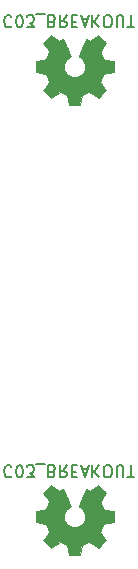
<source format=gbr>
G04 #@! TF.GenerationSoftware,KiCad,Pcbnew,5.1.5-52549c5~86~ubuntu18.04.1*
G04 #@! TF.CreationDate,2020-09-09T17:07:02-05:00*
G04 #@! TF.ProjectId,,58585858-5858-4585-9858-585858585858,rev?*
G04 #@! TF.SameCoordinates,Original*
G04 #@! TF.FileFunction,Legend,Bot*
G04 #@! TF.FilePolarity,Positive*
%FSLAX46Y46*%
G04 Gerber Fmt 4.6, Leading zero omitted, Abs format (unit mm)*
G04 Created by KiCad (PCBNEW 5.1.5-52549c5~86~ubuntu18.04.1) date 2020-09-09 17:07:02*
%MOMM*%
%LPD*%
G04 APERTURE LIST*
%ADD10C,0.150000*%
%ADD11C,0.010000*%
G04 APERTURE END LIST*
D10*
X118712266Y-95858057D02*
X118664647Y-95810438D01*
X118521790Y-95762819D01*
X118426552Y-95762819D01*
X118283695Y-95810438D01*
X118188457Y-95905676D01*
X118140838Y-96000914D01*
X118093219Y-96191390D01*
X118093219Y-96334247D01*
X118140838Y-96524723D01*
X118188457Y-96619961D01*
X118283695Y-96715200D01*
X118426552Y-96762819D01*
X118521790Y-96762819D01*
X118664647Y-96715200D01*
X118712266Y-96667580D01*
X119331314Y-96762819D02*
X119426552Y-96762819D01*
X119521790Y-96715200D01*
X119569409Y-96667580D01*
X119617028Y-96572342D01*
X119664647Y-96381866D01*
X119664647Y-96143771D01*
X119617028Y-95953295D01*
X119569409Y-95858057D01*
X119521790Y-95810438D01*
X119426552Y-95762819D01*
X119331314Y-95762819D01*
X119236076Y-95810438D01*
X119188457Y-95858057D01*
X119140838Y-95953295D01*
X119093219Y-96143771D01*
X119093219Y-96381866D01*
X119140838Y-96572342D01*
X119188457Y-96667580D01*
X119236076Y-96715200D01*
X119331314Y-96762819D01*
X119997980Y-96762819D02*
X120617028Y-96762819D01*
X120283695Y-96381866D01*
X120426552Y-96381866D01*
X120521790Y-96334247D01*
X120569409Y-96286628D01*
X120617028Y-96191390D01*
X120617028Y-95953295D01*
X120569409Y-95858057D01*
X120521790Y-95810438D01*
X120426552Y-95762819D01*
X120140838Y-95762819D01*
X120045600Y-95810438D01*
X119997980Y-95858057D01*
X120807504Y-95667580D02*
X121569409Y-95667580D01*
X122140838Y-96286628D02*
X122283695Y-96239009D01*
X122331314Y-96191390D01*
X122378933Y-96096152D01*
X122378933Y-95953295D01*
X122331314Y-95858057D01*
X122283695Y-95810438D01*
X122188457Y-95762819D01*
X121807504Y-95762819D01*
X121807504Y-96762819D01*
X122140838Y-96762819D01*
X122236076Y-96715200D01*
X122283695Y-96667580D01*
X122331314Y-96572342D01*
X122331314Y-96477104D01*
X122283695Y-96381866D01*
X122236076Y-96334247D01*
X122140838Y-96286628D01*
X121807504Y-96286628D01*
X123378933Y-95762819D02*
X123045600Y-96239009D01*
X122807504Y-95762819D02*
X122807504Y-96762819D01*
X123188457Y-96762819D01*
X123283695Y-96715200D01*
X123331314Y-96667580D01*
X123378933Y-96572342D01*
X123378933Y-96429485D01*
X123331314Y-96334247D01*
X123283695Y-96286628D01*
X123188457Y-96239009D01*
X122807504Y-96239009D01*
X123807504Y-96286628D02*
X124140838Y-96286628D01*
X124283695Y-95762819D02*
X123807504Y-95762819D01*
X123807504Y-96762819D01*
X124283695Y-96762819D01*
X124664647Y-96048533D02*
X125140838Y-96048533D01*
X124569409Y-95762819D02*
X124902742Y-96762819D01*
X125236076Y-95762819D01*
X125569409Y-95762819D02*
X125569409Y-96762819D01*
X126140838Y-95762819D02*
X125712266Y-96334247D01*
X126140838Y-96762819D02*
X125569409Y-96191390D01*
X126759885Y-96762819D02*
X126950361Y-96762819D01*
X127045600Y-96715200D01*
X127140838Y-96619961D01*
X127188457Y-96429485D01*
X127188457Y-96096152D01*
X127140838Y-95905676D01*
X127045600Y-95810438D01*
X126950361Y-95762819D01*
X126759885Y-95762819D01*
X126664647Y-95810438D01*
X126569409Y-95905676D01*
X126521790Y-96096152D01*
X126521790Y-96429485D01*
X126569409Y-96619961D01*
X126664647Y-96715200D01*
X126759885Y-96762819D01*
X127617028Y-96762819D02*
X127617028Y-95953295D01*
X127664647Y-95858057D01*
X127712266Y-95810438D01*
X127807504Y-95762819D01*
X127997980Y-95762819D01*
X128093219Y-95810438D01*
X128140838Y-95858057D01*
X128188457Y-95953295D01*
X128188457Y-96762819D01*
X128521790Y-96762819D02*
X129093219Y-96762819D01*
X128807504Y-95762819D02*
X128807504Y-96762819D01*
X118712266Y-57758057D02*
X118664647Y-57710438D01*
X118521790Y-57662819D01*
X118426552Y-57662819D01*
X118283695Y-57710438D01*
X118188457Y-57805676D01*
X118140838Y-57900914D01*
X118093219Y-58091390D01*
X118093219Y-58234247D01*
X118140838Y-58424723D01*
X118188457Y-58519961D01*
X118283695Y-58615200D01*
X118426552Y-58662819D01*
X118521790Y-58662819D01*
X118664647Y-58615200D01*
X118712266Y-58567580D01*
X119331314Y-58662819D02*
X119426552Y-58662819D01*
X119521790Y-58615200D01*
X119569409Y-58567580D01*
X119617028Y-58472342D01*
X119664647Y-58281866D01*
X119664647Y-58043771D01*
X119617028Y-57853295D01*
X119569409Y-57758057D01*
X119521790Y-57710438D01*
X119426552Y-57662819D01*
X119331314Y-57662819D01*
X119236076Y-57710438D01*
X119188457Y-57758057D01*
X119140838Y-57853295D01*
X119093219Y-58043771D01*
X119093219Y-58281866D01*
X119140838Y-58472342D01*
X119188457Y-58567580D01*
X119236076Y-58615200D01*
X119331314Y-58662819D01*
X119997980Y-58662819D02*
X120617028Y-58662819D01*
X120283695Y-58281866D01*
X120426552Y-58281866D01*
X120521790Y-58234247D01*
X120569409Y-58186628D01*
X120617028Y-58091390D01*
X120617028Y-57853295D01*
X120569409Y-57758057D01*
X120521790Y-57710438D01*
X120426552Y-57662819D01*
X120140838Y-57662819D01*
X120045600Y-57710438D01*
X119997980Y-57758057D01*
X120807504Y-57567580D02*
X121569409Y-57567580D01*
X122140838Y-58186628D02*
X122283695Y-58139009D01*
X122331314Y-58091390D01*
X122378933Y-57996152D01*
X122378933Y-57853295D01*
X122331314Y-57758057D01*
X122283695Y-57710438D01*
X122188457Y-57662819D01*
X121807504Y-57662819D01*
X121807504Y-58662819D01*
X122140838Y-58662819D01*
X122236076Y-58615200D01*
X122283695Y-58567580D01*
X122331314Y-58472342D01*
X122331314Y-58377104D01*
X122283695Y-58281866D01*
X122236076Y-58234247D01*
X122140838Y-58186628D01*
X121807504Y-58186628D01*
X123378933Y-57662819D02*
X123045600Y-58139009D01*
X122807504Y-57662819D02*
X122807504Y-58662819D01*
X123188457Y-58662819D01*
X123283695Y-58615200D01*
X123331314Y-58567580D01*
X123378933Y-58472342D01*
X123378933Y-58329485D01*
X123331314Y-58234247D01*
X123283695Y-58186628D01*
X123188457Y-58139009D01*
X122807504Y-58139009D01*
X123807504Y-58186628D02*
X124140838Y-58186628D01*
X124283695Y-57662819D02*
X123807504Y-57662819D01*
X123807504Y-58662819D01*
X124283695Y-58662819D01*
X124664647Y-57948533D02*
X125140838Y-57948533D01*
X124569409Y-57662819D02*
X124902742Y-58662819D01*
X125236076Y-57662819D01*
X125569409Y-57662819D02*
X125569409Y-58662819D01*
X126140838Y-57662819D02*
X125712266Y-58234247D01*
X126140838Y-58662819D02*
X125569409Y-58091390D01*
X126759885Y-58662819D02*
X126950361Y-58662819D01*
X127045600Y-58615200D01*
X127140838Y-58519961D01*
X127188457Y-58329485D01*
X127188457Y-57996152D01*
X127140838Y-57805676D01*
X127045600Y-57710438D01*
X126950361Y-57662819D01*
X126759885Y-57662819D01*
X126664647Y-57710438D01*
X126569409Y-57805676D01*
X126521790Y-57996152D01*
X126521790Y-58329485D01*
X126569409Y-58519961D01*
X126664647Y-58615200D01*
X126759885Y-58662819D01*
X127617028Y-58662819D02*
X127617028Y-57853295D01*
X127664647Y-57758057D01*
X127712266Y-57710438D01*
X127807504Y-57662819D01*
X127997980Y-57662819D01*
X128093219Y-57710438D01*
X128140838Y-57758057D01*
X128188457Y-57853295D01*
X128188457Y-58662819D01*
X128521790Y-58662819D02*
X129093219Y-58662819D01*
X128807504Y-57662819D02*
X128807504Y-58662819D01*
D11*
G36*
X124609414Y-102937269D02*
G01*
X124693235Y-102492645D01*
X125002520Y-102365147D01*
X125311806Y-102237649D01*
X125682846Y-102489954D01*
X125786757Y-102560204D01*
X125880687Y-102622928D01*
X125960252Y-102675262D01*
X126021070Y-102714343D01*
X126058757Y-102737307D01*
X126069021Y-102742258D01*
X126087510Y-102729524D01*
X126127020Y-102694318D01*
X126183122Y-102641138D01*
X126251387Y-102574482D01*
X126327386Y-102498846D01*
X126406692Y-102418728D01*
X126484875Y-102338626D01*
X126557507Y-102263036D01*
X126620159Y-102196455D01*
X126668403Y-102143382D01*
X126697810Y-102108313D01*
X126704841Y-102096577D01*
X126694723Y-102074940D01*
X126666359Y-102027538D01*
X126622729Y-101959007D01*
X126566818Y-101873985D01*
X126501606Y-101777107D01*
X126463819Y-101721850D01*
X126394943Y-101620952D01*
X126333740Y-101529901D01*
X126283178Y-101453230D01*
X126246228Y-101395472D01*
X126225858Y-101361157D01*
X126222797Y-101353946D01*
X126229736Y-101333452D01*
X126248651Y-101285687D01*
X126276687Y-101217368D01*
X126310991Y-101135211D01*
X126348709Y-101045930D01*
X126386987Y-100956242D01*
X126422970Y-100872862D01*
X126453806Y-100802506D01*
X126476639Y-100751890D01*
X126488617Y-100727729D01*
X126489324Y-100726778D01*
X126508131Y-100722164D01*
X126558218Y-100711872D01*
X126634393Y-100696913D01*
X126731465Y-100678299D01*
X126844243Y-100657041D01*
X126910042Y-100644782D01*
X127030550Y-100621838D01*
X127139397Y-100600005D01*
X127231076Y-100580478D01*
X127300081Y-100564452D01*
X127340904Y-100553121D01*
X127349111Y-100549526D01*
X127357148Y-100525194D01*
X127363633Y-100470241D01*
X127368570Y-100391092D01*
X127371964Y-100294174D01*
X127373818Y-100185913D01*
X127374138Y-100072735D01*
X127372927Y-99961065D01*
X127370190Y-99857332D01*
X127365931Y-99767959D01*
X127360155Y-99699374D01*
X127352867Y-99658003D01*
X127348495Y-99649390D01*
X127322364Y-99639067D01*
X127266993Y-99624308D01*
X127189707Y-99606848D01*
X127097830Y-99588420D01*
X127065758Y-99582459D01*
X126911124Y-99554134D01*
X126788975Y-99531324D01*
X126695273Y-99513120D01*
X126625984Y-99498617D01*
X126577071Y-99486908D01*
X126544497Y-99477085D01*
X126524228Y-99468244D01*
X126512226Y-99459476D01*
X126510547Y-99457743D01*
X126493784Y-99429829D01*
X126468214Y-99375505D01*
X126436388Y-99301423D01*
X126400860Y-99214235D01*
X126364183Y-99120592D01*
X126328911Y-99027148D01*
X126297596Y-98940553D01*
X126272793Y-98867460D01*
X126257054Y-98814522D01*
X126252932Y-98788389D01*
X126253276Y-98787474D01*
X126267241Y-98766114D01*
X126298922Y-98719116D01*
X126344991Y-98651373D01*
X126402118Y-98567777D01*
X126466973Y-98473218D01*
X126485443Y-98446346D01*
X126551299Y-98348925D01*
X126609250Y-98260037D01*
X126656138Y-98184788D01*
X126688807Y-98128280D01*
X126704100Y-98095619D01*
X126704841Y-98091607D01*
X126691992Y-98070516D01*
X126656488Y-98028736D01*
X126602893Y-97970755D01*
X126535771Y-97901065D01*
X126459687Y-97824155D01*
X126379204Y-97744517D01*
X126298887Y-97666639D01*
X126223299Y-97595014D01*
X126157005Y-97534130D01*
X126104569Y-97488479D01*
X126070555Y-97462550D01*
X126061145Y-97458317D01*
X126039243Y-97468288D01*
X125994400Y-97495180D01*
X125933921Y-97534464D01*
X125887389Y-97566083D01*
X125803075Y-97624102D01*
X125703226Y-97692416D01*
X125603073Y-97760621D01*
X125549227Y-97797125D01*
X125366971Y-97920400D01*
X125213981Y-97837680D01*
X125144282Y-97801441D01*
X125085014Y-97773274D01*
X125044911Y-97757209D01*
X125034703Y-97754974D01*
X125022429Y-97771478D01*
X124998213Y-97818118D01*
X124963863Y-97890591D01*
X124921188Y-97984594D01*
X124871994Y-98095826D01*
X124818090Y-98219985D01*
X124761284Y-98352768D01*
X124703382Y-98489873D01*
X124646193Y-98626998D01*
X124591524Y-98759842D01*
X124541184Y-98884102D01*
X124496980Y-98995475D01*
X124460719Y-99089661D01*
X124434209Y-99162356D01*
X124419258Y-99209259D01*
X124416854Y-99225367D01*
X124435911Y-99245914D01*
X124477636Y-99279267D01*
X124533306Y-99318498D01*
X124537978Y-99321601D01*
X124681864Y-99436777D01*
X124797883Y-99571147D01*
X124885030Y-99720416D01*
X124942299Y-99880287D01*
X124968686Y-100046463D01*
X124963185Y-100214648D01*
X124924790Y-100380545D01*
X124852495Y-100539858D01*
X124831226Y-100574713D01*
X124720596Y-100715463D01*
X124589902Y-100828486D01*
X124443664Y-100913197D01*
X124286408Y-100969006D01*
X124122657Y-100995326D01*
X123956933Y-100991570D01*
X123793762Y-100957150D01*
X123637665Y-100891477D01*
X123493167Y-100793965D01*
X123448469Y-100754387D01*
X123334712Y-100630497D01*
X123251818Y-100500076D01*
X123194956Y-100353885D01*
X123163287Y-100209112D01*
X123155469Y-100046340D01*
X123181538Y-99882760D01*
X123238845Y-99723902D01*
X123324744Y-99575294D01*
X123436586Y-99442465D01*
X123571723Y-99330944D01*
X123589483Y-99319189D01*
X123645750Y-99280692D01*
X123688523Y-99247337D01*
X123708972Y-99226040D01*
X123709269Y-99225367D01*
X123704879Y-99202329D01*
X123687476Y-99150043D01*
X123658868Y-99072810D01*
X123620865Y-98974932D01*
X123575274Y-98860709D01*
X123523903Y-98734442D01*
X123468562Y-98600433D01*
X123411058Y-98462982D01*
X123353201Y-98326392D01*
X123296798Y-98194963D01*
X123243658Y-98072995D01*
X123195590Y-97964791D01*
X123154401Y-97874651D01*
X123121901Y-97806877D01*
X123099897Y-97765770D01*
X123091036Y-97754974D01*
X123063960Y-97763381D01*
X123013297Y-97785928D01*
X122947783Y-97818587D01*
X122911759Y-97837680D01*
X122758768Y-97920400D01*
X122576512Y-97797125D01*
X122483475Y-97733972D01*
X122381615Y-97664473D01*
X122286162Y-97599035D01*
X122238350Y-97566083D01*
X122171105Y-97520927D01*
X122114164Y-97485143D01*
X122074954Y-97463262D01*
X122062219Y-97458637D01*
X122043683Y-97471115D01*
X122002659Y-97505948D01*
X121943125Y-97559522D01*
X121869058Y-97628217D01*
X121784435Y-97708419D01*
X121730915Y-97759914D01*
X121637281Y-97851914D01*
X121556359Y-97934201D01*
X121491423Y-98003255D01*
X121445742Y-98055556D01*
X121422589Y-98087584D01*
X121420368Y-98094084D01*
X121430676Y-98118806D01*
X121459161Y-98168795D01*
X121502663Y-98238988D01*
X121558023Y-98324325D01*
X121622080Y-98419744D01*
X121640297Y-98446346D01*
X121706673Y-98543033D01*
X121766222Y-98630083D01*
X121815616Y-98702605D01*
X121851525Y-98755707D01*
X121870619Y-98784497D01*
X121872464Y-98787474D01*
X121869705Y-98810418D01*
X121855062Y-98860864D01*
X121831087Y-98932159D01*
X121800334Y-99017653D01*
X121765356Y-99110693D01*
X121728707Y-99204626D01*
X121692939Y-99292801D01*
X121660606Y-99368566D01*
X121634262Y-99425269D01*
X121616458Y-99456257D01*
X121615193Y-99457743D01*
X121604306Y-99466599D01*
X121585918Y-99475357D01*
X121555994Y-99484923D01*
X121510497Y-99496204D01*
X121445391Y-99510107D01*
X121356639Y-99527537D01*
X121240207Y-99549402D01*
X121092058Y-99576609D01*
X121059982Y-99582459D01*
X120964914Y-99600826D01*
X120882035Y-99618795D01*
X120818670Y-99634631D01*
X120782142Y-99646600D01*
X120777244Y-99649390D01*
X120769173Y-99674128D01*
X120762613Y-99729410D01*
X120757567Y-99808811D01*
X120754041Y-99905904D01*
X120752039Y-100014262D01*
X120751564Y-100127460D01*
X120752623Y-100239072D01*
X120755218Y-100342671D01*
X120759354Y-100431832D01*
X120765037Y-100500128D01*
X120772269Y-100541134D01*
X120776629Y-100549526D01*
X120800902Y-100557992D01*
X120856174Y-100571765D01*
X120936938Y-100589650D01*
X121037688Y-100610452D01*
X121152917Y-100632977D01*
X121215698Y-100644782D01*
X121334813Y-100667049D01*
X121441035Y-100687221D01*
X121529173Y-100704285D01*
X121594034Y-100717231D01*
X121630426Y-100725045D01*
X121636416Y-100726778D01*
X121646539Y-100746310D01*
X121667938Y-100793357D01*
X121697761Y-100861197D01*
X121733155Y-100943109D01*
X121771268Y-101032372D01*
X121809247Y-101122265D01*
X121844240Y-101206065D01*
X121873394Y-101277053D01*
X121893857Y-101328506D01*
X121902777Y-101353703D01*
X121902943Y-101354804D01*
X121892831Y-101374681D01*
X121864483Y-101420423D01*
X121820877Y-101487483D01*
X121764994Y-101571316D01*
X121699813Y-101667374D01*
X121661921Y-101722550D01*
X121592875Y-101823719D01*
X121531550Y-101915570D01*
X121480937Y-101993456D01*
X121444029Y-102052731D01*
X121423818Y-102088749D01*
X121420899Y-102096823D01*
X121433447Y-102115616D01*
X121468137Y-102155743D01*
X121520537Y-102212707D01*
X121586216Y-102282015D01*
X121660744Y-102359169D01*
X121739687Y-102439675D01*
X121818617Y-102519037D01*
X121893100Y-102592760D01*
X121958706Y-102656348D01*
X122011004Y-102705306D01*
X122045561Y-102735139D01*
X122057122Y-102742258D01*
X122075946Y-102732247D01*
X122120969Y-102704122D01*
X122187813Y-102660746D01*
X122272101Y-102604982D01*
X122369456Y-102539694D01*
X122442893Y-102489954D01*
X122813933Y-102237649D01*
X123432505Y-102492645D01*
X123516325Y-102937269D01*
X123600146Y-103381893D01*
X124525594Y-103381893D01*
X124609414Y-102937269D01*
G37*
X124609414Y-102937269D02*
X124693235Y-102492645D01*
X125002520Y-102365147D01*
X125311806Y-102237649D01*
X125682846Y-102489954D01*
X125786757Y-102560204D01*
X125880687Y-102622928D01*
X125960252Y-102675262D01*
X126021070Y-102714343D01*
X126058757Y-102737307D01*
X126069021Y-102742258D01*
X126087510Y-102729524D01*
X126127020Y-102694318D01*
X126183122Y-102641138D01*
X126251387Y-102574482D01*
X126327386Y-102498846D01*
X126406692Y-102418728D01*
X126484875Y-102338626D01*
X126557507Y-102263036D01*
X126620159Y-102196455D01*
X126668403Y-102143382D01*
X126697810Y-102108313D01*
X126704841Y-102096577D01*
X126694723Y-102074940D01*
X126666359Y-102027538D01*
X126622729Y-101959007D01*
X126566818Y-101873985D01*
X126501606Y-101777107D01*
X126463819Y-101721850D01*
X126394943Y-101620952D01*
X126333740Y-101529901D01*
X126283178Y-101453230D01*
X126246228Y-101395472D01*
X126225858Y-101361157D01*
X126222797Y-101353946D01*
X126229736Y-101333452D01*
X126248651Y-101285687D01*
X126276687Y-101217368D01*
X126310991Y-101135211D01*
X126348709Y-101045930D01*
X126386987Y-100956242D01*
X126422970Y-100872862D01*
X126453806Y-100802506D01*
X126476639Y-100751890D01*
X126488617Y-100727729D01*
X126489324Y-100726778D01*
X126508131Y-100722164D01*
X126558218Y-100711872D01*
X126634393Y-100696913D01*
X126731465Y-100678299D01*
X126844243Y-100657041D01*
X126910042Y-100644782D01*
X127030550Y-100621838D01*
X127139397Y-100600005D01*
X127231076Y-100580478D01*
X127300081Y-100564452D01*
X127340904Y-100553121D01*
X127349111Y-100549526D01*
X127357148Y-100525194D01*
X127363633Y-100470241D01*
X127368570Y-100391092D01*
X127371964Y-100294174D01*
X127373818Y-100185913D01*
X127374138Y-100072735D01*
X127372927Y-99961065D01*
X127370190Y-99857332D01*
X127365931Y-99767959D01*
X127360155Y-99699374D01*
X127352867Y-99658003D01*
X127348495Y-99649390D01*
X127322364Y-99639067D01*
X127266993Y-99624308D01*
X127189707Y-99606848D01*
X127097830Y-99588420D01*
X127065758Y-99582459D01*
X126911124Y-99554134D01*
X126788975Y-99531324D01*
X126695273Y-99513120D01*
X126625984Y-99498617D01*
X126577071Y-99486908D01*
X126544497Y-99477085D01*
X126524228Y-99468244D01*
X126512226Y-99459476D01*
X126510547Y-99457743D01*
X126493784Y-99429829D01*
X126468214Y-99375505D01*
X126436388Y-99301423D01*
X126400860Y-99214235D01*
X126364183Y-99120592D01*
X126328911Y-99027148D01*
X126297596Y-98940553D01*
X126272793Y-98867460D01*
X126257054Y-98814522D01*
X126252932Y-98788389D01*
X126253276Y-98787474D01*
X126267241Y-98766114D01*
X126298922Y-98719116D01*
X126344991Y-98651373D01*
X126402118Y-98567777D01*
X126466973Y-98473218D01*
X126485443Y-98446346D01*
X126551299Y-98348925D01*
X126609250Y-98260037D01*
X126656138Y-98184788D01*
X126688807Y-98128280D01*
X126704100Y-98095619D01*
X126704841Y-98091607D01*
X126691992Y-98070516D01*
X126656488Y-98028736D01*
X126602893Y-97970755D01*
X126535771Y-97901065D01*
X126459687Y-97824155D01*
X126379204Y-97744517D01*
X126298887Y-97666639D01*
X126223299Y-97595014D01*
X126157005Y-97534130D01*
X126104569Y-97488479D01*
X126070555Y-97462550D01*
X126061145Y-97458317D01*
X126039243Y-97468288D01*
X125994400Y-97495180D01*
X125933921Y-97534464D01*
X125887389Y-97566083D01*
X125803075Y-97624102D01*
X125703226Y-97692416D01*
X125603073Y-97760621D01*
X125549227Y-97797125D01*
X125366971Y-97920400D01*
X125213981Y-97837680D01*
X125144282Y-97801441D01*
X125085014Y-97773274D01*
X125044911Y-97757209D01*
X125034703Y-97754974D01*
X125022429Y-97771478D01*
X124998213Y-97818118D01*
X124963863Y-97890591D01*
X124921188Y-97984594D01*
X124871994Y-98095826D01*
X124818090Y-98219985D01*
X124761284Y-98352768D01*
X124703382Y-98489873D01*
X124646193Y-98626998D01*
X124591524Y-98759842D01*
X124541184Y-98884102D01*
X124496980Y-98995475D01*
X124460719Y-99089661D01*
X124434209Y-99162356D01*
X124419258Y-99209259D01*
X124416854Y-99225367D01*
X124435911Y-99245914D01*
X124477636Y-99279267D01*
X124533306Y-99318498D01*
X124537978Y-99321601D01*
X124681864Y-99436777D01*
X124797883Y-99571147D01*
X124885030Y-99720416D01*
X124942299Y-99880287D01*
X124968686Y-100046463D01*
X124963185Y-100214648D01*
X124924790Y-100380545D01*
X124852495Y-100539858D01*
X124831226Y-100574713D01*
X124720596Y-100715463D01*
X124589902Y-100828486D01*
X124443664Y-100913197D01*
X124286408Y-100969006D01*
X124122657Y-100995326D01*
X123956933Y-100991570D01*
X123793762Y-100957150D01*
X123637665Y-100891477D01*
X123493167Y-100793965D01*
X123448469Y-100754387D01*
X123334712Y-100630497D01*
X123251818Y-100500076D01*
X123194956Y-100353885D01*
X123163287Y-100209112D01*
X123155469Y-100046340D01*
X123181538Y-99882760D01*
X123238845Y-99723902D01*
X123324744Y-99575294D01*
X123436586Y-99442465D01*
X123571723Y-99330944D01*
X123589483Y-99319189D01*
X123645750Y-99280692D01*
X123688523Y-99247337D01*
X123708972Y-99226040D01*
X123709269Y-99225367D01*
X123704879Y-99202329D01*
X123687476Y-99150043D01*
X123658868Y-99072810D01*
X123620865Y-98974932D01*
X123575274Y-98860709D01*
X123523903Y-98734442D01*
X123468562Y-98600433D01*
X123411058Y-98462982D01*
X123353201Y-98326392D01*
X123296798Y-98194963D01*
X123243658Y-98072995D01*
X123195590Y-97964791D01*
X123154401Y-97874651D01*
X123121901Y-97806877D01*
X123099897Y-97765770D01*
X123091036Y-97754974D01*
X123063960Y-97763381D01*
X123013297Y-97785928D01*
X122947783Y-97818587D01*
X122911759Y-97837680D01*
X122758768Y-97920400D01*
X122576512Y-97797125D01*
X122483475Y-97733972D01*
X122381615Y-97664473D01*
X122286162Y-97599035D01*
X122238350Y-97566083D01*
X122171105Y-97520927D01*
X122114164Y-97485143D01*
X122074954Y-97463262D01*
X122062219Y-97458637D01*
X122043683Y-97471115D01*
X122002659Y-97505948D01*
X121943125Y-97559522D01*
X121869058Y-97628217D01*
X121784435Y-97708419D01*
X121730915Y-97759914D01*
X121637281Y-97851914D01*
X121556359Y-97934201D01*
X121491423Y-98003255D01*
X121445742Y-98055556D01*
X121422589Y-98087584D01*
X121420368Y-98094084D01*
X121430676Y-98118806D01*
X121459161Y-98168795D01*
X121502663Y-98238988D01*
X121558023Y-98324325D01*
X121622080Y-98419744D01*
X121640297Y-98446346D01*
X121706673Y-98543033D01*
X121766222Y-98630083D01*
X121815616Y-98702605D01*
X121851525Y-98755707D01*
X121870619Y-98784497D01*
X121872464Y-98787474D01*
X121869705Y-98810418D01*
X121855062Y-98860864D01*
X121831087Y-98932159D01*
X121800334Y-99017653D01*
X121765356Y-99110693D01*
X121728707Y-99204626D01*
X121692939Y-99292801D01*
X121660606Y-99368566D01*
X121634262Y-99425269D01*
X121616458Y-99456257D01*
X121615193Y-99457743D01*
X121604306Y-99466599D01*
X121585918Y-99475357D01*
X121555994Y-99484923D01*
X121510497Y-99496204D01*
X121445391Y-99510107D01*
X121356639Y-99527537D01*
X121240207Y-99549402D01*
X121092058Y-99576609D01*
X121059982Y-99582459D01*
X120964914Y-99600826D01*
X120882035Y-99618795D01*
X120818670Y-99634631D01*
X120782142Y-99646600D01*
X120777244Y-99649390D01*
X120769173Y-99674128D01*
X120762613Y-99729410D01*
X120757567Y-99808811D01*
X120754041Y-99905904D01*
X120752039Y-100014262D01*
X120751564Y-100127460D01*
X120752623Y-100239072D01*
X120755218Y-100342671D01*
X120759354Y-100431832D01*
X120765037Y-100500128D01*
X120772269Y-100541134D01*
X120776629Y-100549526D01*
X120800902Y-100557992D01*
X120856174Y-100571765D01*
X120936938Y-100589650D01*
X121037688Y-100610452D01*
X121152917Y-100632977D01*
X121215698Y-100644782D01*
X121334813Y-100667049D01*
X121441035Y-100687221D01*
X121529173Y-100704285D01*
X121594034Y-100717231D01*
X121630426Y-100725045D01*
X121636416Y-100726778D01*
X121646539Y-100746310D01*
X121667938Y-100793357D01*
X121697761Y-100861197D01*
X121733155Y-100943109D01*
X121771268Y-101032372D01*
X121809247Y-101122265D01*
X121844240Y-101206065D01*
X121873394Y-101277053D01*
X121893857Y-101328506D01*
X121902777Y-101353703D01*
X121902943Y-101354804D01*
X121892831Y-101374681D01*
X121864483Y-101420423D01*
X121820877Y-101487483D01*
X121764994Y-101571316D01*
X121699813Y-101667374D01*
X121661921Y-101722550D01*
X121592875Y-101823719D01*
X121531550Y-101915570D01*
X121480937Y-101993456D01*
X121444029Y-102052731D01*
X121423818Y-102088749D01*
X121420899Y-102096823D01*
X121433447Y-102115616D01*
X121468137Y-102155743D01*
X121520537Y-102212707D01*
X121586216Y-102282015D01*
X121660744Y-102359169D01*
X121739687Y-102439675D01*
X121818617Y-102519037D01*
X121893100Y-102592760D01*
X121958706Y-102656348D01*
X122011004Y-102705306D01*
X122045561Y-102735139D01*
X122057122Y-102742258D01*
X122075946Y-102732247D01*
X122120969Y-102704122D01*
X122187813Y-102660746D01*
X122272101Y-102604982D01*
X122369456Y-102539694D01*
X122442893Y-102489954D01*
X122813933Y-102237649D01*
X123432505Y-102492645D01*
X123516325Y-102937269D01*
X123600146Y-103381893D01*
X124525594Y-103381893D01*
X124609414Y-102937269D01*
G36*
X124609414Y-64837269D02*
G01*
X124693235Y-64392645D01*
X125002520Y-64265147D01*
X125311806Y-64137649D01*
X125682846Y-64389954D01*
X125786757Y-64460204D01*
X125880687Y-64522928D01*
X125960252Y-64575262D01*
X126021070Y-64614343D01*
X126058757Y-64637307D01*
X126069021Y-64642258D01*
X126087510Y-64629524D01*
X126127020Y-64594318D01*
X126183122Y-64541138D01*
X126251387Y-64474482D01*
X126327386Y-64398846D01*
X126406692Y-64318728D01*
X126484875Y-64238626D01*
X126557507Y-64163036D01*
X126620159Y-64096455D01*
X126668403Y-64043382D01*
X126697810Y-64008313D01*
X126704841Y-63996577D01*
X126694723Y-63974940D01*
X126666359Y-63927538D01*
X126622729Y-63859007D01*
X126566818Y-63773985D01*
X126501606Y-63677107D01*
X126463819Y-63621850D01*
X126394943Y-63520952D01*
X126333740Y-63429901D01*
X126283178Y-63353230D01*
X126246228Y-63295472D01*
X126225858Y-63261157D01*
X126222797Y-63253946D01*
X126229736Y-63233452D01*
X126248651Y-63185687D01*
X126276687Y-63117368D01*
X126310991Y-63035211D01*
X126348709Y-62945930D01*
X126386987Y-62856242D01*
X126422970Y-62772862D01*
X126453806Y-62702506D01*
X126476639Y-62651890D01*
X126488617Y-62627729D01*
X126489324Y-62626778D01*
X126508131Y-62622164D01*
X126558218Y-62611872D01*
X126634393Y-62596913D01*
X126731465Y-62578299D01*
X126844243Y-62557041D01*
X126910042Y-62544782D01*
X127030550Y-62521838D01*
X127139397Y-62500005D01*
X127231076Y-62480478D01*
X127300081Y-62464452D01*
X127340904Y-62453121D01*
X127349111Y-62449526D01*
X127357148Y-62425194D01*
X127363633Y-62370241D01*
X127368570Y-62291092D01*
X127371964Y-62194174D01*
X127373818Y-62085913D01*
X127374138Y-61972735D01*
X127372927Y-61861065D01*
X127370190Y-61757332D01*
X127365931Y-61667959D01*
X127360155Y-61599374D01*
X127352867Y-61558003D01*
X127348495Y-61549390D01*
X127322364Y-61539067D01*
X127266993Y-61524308D01*
X127189707Y-61506848D01*
X127097830Y-61488420D01*
X127065758Y-61482459D01*
X126911124Y-61454134D01*
X126788975Y-61431324D01*
X126695273Y-61413120D01*
X126625984Y-61398617D01*
X126577071Y-61386908D01*
X126544497Y-61377085D01*
X126524228Y-61368244D01*
X126512226Y-61359476D01*
X126510547Y-61357743D01*
X126493784Y-61329829D01*
X126468214Y-61275505D01*
X126436388Y-61201423D01*
X126400860Y-61114235D01*
X126364183Y-61020592D01*
X126328911Y-60927148D01*
X126297596Y-60840553D01*
X126272793Y-60767460D01*
X126257054Y-60714522D01*
X126252932Y-60688389D01*
X126253276Y-60687474D01*
X126267241Y-60666114D01*
X126298922Y-60619116D01*
X126344991Y-60551373D01*
X126402118Y-60467777D01*
X126466973Y-60373218D01*
X126485443Y-60346346D01*
X126551299Y-60248925D01*
X126609250Y-60160037D01*
X126656138Y-60084788D01*
X126688807Y-60028280D01*
X126704100Y-59995619D01*
X126704841Y-59991607D01*
X126691992Y-59970516D01*
X126656488Y-59928736D01*
X126602893Y-59870755D01*
X126535771Y-59801065D01*
X126459687Y-59724155D01*
X126379204Y-59644517D01*
X126298887Y-59566639D01*
X126223299Y-59495014D01*
X126157005Y-59434130D01*
X126104569Y-59388479D01*
X126070555Y-59362550D01*
X126061145Y-59358317D01*
X126039243Y-59368288D01*
X125994400Y-59395180D01*
X125933921Y-59434464D01*
X125887389Y-59466083D01*
X125803075Y-59524102D01*
X125703226Y-59592416D01*
X125603073Y-59660621D01*
X125549227Y-59697125D01*
X125366971Y-59820400D01*
X125213981Y-59737680D01*
X125144282Y-59701441D01*
X125085014Y-59673274D01*
X125044911Y-59657209D01*
X125034703Y-59654974D01*
X125022429Y-59671478D01*
X124998213Y-59718118D01*
X124963863Y-59790591D01*
X124921188Y-59884594D01*
X124871994Y-59995826D01*
X124818090Y-60119985D01*
X124761284Y-60252768D01*
X124703382Y-60389873D01*
X124646193Y-60526998D01*
X124591524Y-60659842D01*
X124541184Y-60784102D01*
X124496980Y-60895475D01*
X124460719Y-60989661D01*
X124434209Y-61062356D01*
X124419258Y-61109259D01*
X124416854Y-61125367D01*
X124435911Y-61145914D01*
X124477636Y-61179267D01*
X124533306Y-61218498D01*
X124537978Y-61221601D01*
X124681864Y-61336777D01*
X124797883Y-61471147D01*
X124885030Y-61620416D01*
X124942299Y-61780287D01*
X124968686Y-61946463D01*
X124963185Y-62114648D01*
X124924790Y-62280545D01*
X124852495Y-62439858D01*
X124831226Y-62474713D01*
X124720596Y-62615463D01*
X124589902Y-62728486D01*
X124443664Y-62813197D01*
X124286408Y-62869006D01*
X124122657Y-62895326D01*
X123956933Y-62891570D01*
X123793762Y-62857150D01*
X123637665Y-62791477D01*
X123493167Y-62693965D01*
X123448469Y-62654387D01*
X123334712Y-62530497D01*
X123251818Y-62400076D01*
X123194956Y-62253885D01*
X123163287Y-62109112D01*
X123155469Y-61946340D01*
X123181538Y-61782760D01*
X123238845Y-61623902D01*
X123324744Y-61475294D01*
X123436586Y-61342465D01*
X123571723Y-61230944D01*
X123589483Y-61219189D01*
X123645750Y-61180692D01*
X123688523Y-61147337D01*
X123708972Y-61126040D01*
X123709269Y-61125367D01*
X123704879Y-61102329D01*
X123687476Y-61050043D01*
X123658868Y-60972810D01*
X123620865Y-60874932D01*
X123575274Y-60760709D01*
X123523903Y-60634442D01*
X123468562Y-60500433D01*
X123411058Y-60362982D01*
X123353201Y-60226392D01*
X123296798Y-60094963D01*
X123243658Y-59972995D01*
X123195590Y-59864791D01*
X123154401Y-59774651D01*
X123121901Y-59706877D01*
X123099897Y-59665770D01*
X123091036Y-59654974D01*
X123063960Y-59663381D01*
X123013297Y-59685928D01*
X122947783Y-59718587D01*
X122911759Y-59737680D01*
X122758768Y-59820400D01*
X122576512Y-59697125D01*
X122483475Y-59633972D01*
X122381615Y-59564473D01*
X122286162Y-59499035D01*
X122238350Y-59466083D01*
X122171105Y-59420927D01*
X122114164Y-59385143D01*
X122074954Y-59363262D01*
X122062219Y-59358637D01*
X122043683Y-59371115D01*
X122002659Y-59405948D01*
X121943125Y-59459522D01*
X121869058Y-59528217D01*
X121784435Y-59608419D01*
X121730915Y-59659914D01*
X121637281Y-59751914D01*
X121556359Y-59834201D01*
X121491423Y-59903255D01*
X121445742Y-59955556D01*
X121422589Y-59987584D01*
X121420368Y-59994084D01*
X121430676Y-60018806D01*
X121459161Y-60068795D01*
X121502663Y-60138988D01*
X121558023Y-60224325D01*
X121622080Y-60319744D01*
X121640297Y-60346346D01*
X121706673Y-60443033D01*
X121766222Y-60530083D01*
X121815616Y-60602605D01*
X121851525Y-60655707D01*
X121870619Y-60684497D01*
X121872464Y-60687474D01*
X121869705Y-60710418D01*
X121855062Y-60760864D01*
X121831087Y-60832159D01*
X121800334Y-60917653D01*
X121765356Y-61010693D01*
X121728707Y-61104626D01*
X121692939Y-61192801D01*
X121660606Y-61268566D01*
X121634262Y-61325269D01*
X121616458Y-61356257D01*
X121615193Y-61357743D01*
X121604306Y-61366599D01*
X121585918Y-61375357D01*
X121555994Y-61384923D01*
X121510497Y-61396204D01*
X121445391Y-61410107D01*
X121356639Y-61427537D01*
X121240207Y-61449402D01*
X121092058Y-61476609D01*
X121059982Y-61482459D01*
X120964914Y-61500826D01*
X120882035Y-61518795D01*
X120818670Y-61534631D01*
X120782142Y-61546600D01*
X120777244Y-61549390D01*
X120769173Y-61574128D01*
X120762613Y-61629410D01*
X120757567Y-61708811D01*
X120754041Y-61805904D01*
X120752039Y-61914262D01*
X120751564Y-62027460D01*
X120752623Y-62139072D01*
X120755218Y-62242671D01*
X120759354Y-62331832D01*
X120765037Y-62400128D01*
X120772269Y-62441134D01*
X120776629Y-62449526D01*
X120800902Y-62457992D01*
X120856174Y-62471765D01*
X120936938Y-62489650D01*
X121037688Y-62510452D01*
X121152917Y-62532977D01*
X121215698Y-62544782D01*
X121334813Y-62567049D01*
X121441035Y-62587221D01*
X121529173Y-62604285D01*
X121594034Y-62617231D01*
X121630426Y-62625045D01*
X121636416Y-62626778D01*
X121646539Y-62646310D01*
X121667938Y-62693357D01*
X121697761Y-62761197D01*
X121733155Y-62843109D01*
X121771268Y-62932372D01*
X121809247Y-63022265D01*
X121844240Y-63106065D01*
X121873394Y-63177053D01*
X121893857Y-63228506D01*
X121902777Y-63253703D01*
X121902943Y-63254804D01*
X121892831Y-63274681D01*
X121864483Y-63320423D01*
X121820877Y-63387483D01*
X121764994Y-63471316D01*
X121699813Y-63567374D01*
X121661921Y-63622550D01*
X121592875Y-63723719D01*
X121531550Y-63815570D01*
X121480937Y-63893456D01*
X121444029Y-63952731D01*
X121423818Y-63988749D01*
X121420899Y-63996823D01*
X121433447Y-64015616D01*
X121468137Y-64055743D01*
X121520537Y-64112707D01*
X121586216Y-64182015D01*
X121660744Y-64259169D01*
X121739687Y-64339675D01*
X121818617Y-64419037D01*
X121893100Y-64492760D01*
X121958706Y-64556348D01*
X122011004Y-64605306D01*
X122045561Y-64635139D01*
X122057122Y-64642258D01*
X122075946Y-64632247D01*
X122120969Y-64604122D01*
X122187813Y-64560746D01*
X122272101Y-64504982D01*
X122369456Y-64439694D01*
X122442893Y-64389954D01*
X122813933Y-64137649D01*
X123432505Y-64392645D01*
X123516325Y-64837269D01*
X123600146Y-65281893D01*
X124525594Y-65281893D01*
X124609414Y-64837269D01*
G37*
X124609414Y-64837269D02*
X124693235Y-64392645D01*
X125002520Y-64265147D01*
X125311806Y-64137649D01*
X125682846Y-64389954D01*
X125786757Y-64460204D01*
X125880687Y-64522928D01*
X125960252Y-64575262D01*
X126021070Y-64614343D01*
X126058757Y-64637307D01*
X126069021Y-64642258D01*
X126087510Y-64629524D01*
X126127020Y-64594318D01*
X126183122Y-64541138D01*
X126251387Y-64474482D01*
X126327386Y-64398846D01*
X126406692Y-64318728D01*
X126484875Y-64238626D01*
X126557507Y-64163036D01*
X126620159Y-64096455D01*
X126668403Y-64043382D01*
X126697810Y-64008313D01*
X126704841Y-63996577D01*
X126694723Y-63974940D01*
X126666359Y-63927538D01*
X126622729Y-63859007D01*
X126566818Y-63773985D01*
X126501606Y-63677107D01*
X126463819Y-63621850D01*
X126394943Y-63520952D01*
X126333740Y-63429901D01*
X126283178Y-63353230D01*
X126246228Y-63295472D01*
X126225858Y-63261157D01*
X126222797Y-63253946D01*
X126229736Y-63233452D01*
X126248651Y-63185687D01*
X126276687Y-63117368D01*
X126310991Y-63035211D01*
X126348709Y-62945930D01*
X126386987Y-62856242D01*
X126422970Y-62772862D01*
X126453806Y-62702506D01*
X126476639Y-62651890D01*
X126488617Y-62627729D01*
X126489324Y-62626778D01*
X126508131Y-62622164D01*
X126558218Y-62611872D01*
X126634393Y-62596913D01*
X126731465Y-62578299D01*
X126844243Y-62557041D01*
X126910042Y-62544782D01*
X127030550Y-62521838D01*
X127139397Y-62500005D01*
X127231076Y-62480478D01*
X127300081Y-62464452D01*
X127340904Y-62453121D01*
X127349111Y-62449526D01*
X127357148Y-62425194D01*
X127363633Y-62370241D01*
X127368570Y-62291092D01*
X127371964Y-62194174D01*
X127373818Y-62085913D01*
X127374138Y-61972735D01*
X127372927Y-61861065D01*
X127370190Y-61757332D01*
X127365931Y-61667959D01*
X127360155Y-61599374D01*
X127352867Y-61558003D01*
X127348495Y-61549390D01*
X127322364Y-61539067D01*
X127266993Y-61524308D01*
X127189707Y-61506848D01*
X127097830Y-61488420D01*
X127065758Y-61482459D01*
X126911124Y-61454134D01*
X126788975Y-61431324D01*
X126695273Y-61413120D01*
X126625984Y-61398617D01*
X126577071Y-61386908D01*
X126544497Y-61377085D01*
X126524228Y-61368244D01*
X126512226Y-61359476D01*
X126510547Y-61357743D01*
X126493784Y-61329829D01*
X126468214Y-61275505D01*
X126436388Y-61201423D01*
X126400860Y-61114235D01*
X126364183Y-61020592D01*
X126328911Y-60927148D01*
X126297596Y-60840553D01*
X126272793Y-60767460D01*
X126257054Y-60714522D01*
X126252932Y-60688389D01*
X126253276Y-60687474D01*
X126267241Y-60666114D01*
X126298922Y-60619116D01*
X126344991Y-60551373D01*
X126402118Y-60467777D01*
X126466973Y-60373218D01*
X126485443Y-60346346D01*
X126551299Y-60248925D01*
X126609250Y-60160037D01*
X126656138Y-60084788D01*
X126688807Y-60028280D01*
X126704100Y-59995619D01*
X126704841Y-59991607D01*
X126691992Y-59970516D01*
X126656488Y-59928736D01*
X126602893Y-59870755D01*
X126535771Y-59801065D01*
X126459687Y-59724155D01*
X126379204Y-59644517D01*
X126298887Y-59566639D01*
X126223299Y-59495014D01*
X126157005Y-59434130D01*
X126104569Y-59388479D01*
X126070555Y-59362550D01*
X126061145Y-59358317D01*
X126039243Y-59368288D01*
X125994400Y-59395180D01*
X125933921Y-59434464D01*
X125887389Y-59466083D01*
X125803075Y-59524102D01*
X125703226Y-59592416D01*
X125603073Y-59660621D01*
X125549227Y-59697125D01*
X125366971Y-59820400D01*
X125213981Y-59737680D01*
X125144282Y-59701441D01*
X125085014Y-59673274D01*
X125044911Y-59657209D01*
X125034703Y-59654974D01*
X125022429Y-59671478D01*
X124998213Y-59718118D01*
X124963863Y-59790591D01*
X124921188Y-59884594D01*
X124871994Y-59995826D01*
X124818090Y-60119985D01*
X124761284Y-60252768D01*
X124703382Y-60389873D01*
X124646193Y-60526998D01*
X124591524Y-60659842D01*
X124541184Y-60784102D01*
X124496980Y-60895475D01*
X124460719Y-60989661D01*
X124434209Y-61062356D01*
X124419258Y-61109259D01*
X124416854Y-61125367D01*
X124435911Y-61145914D01*
X124477636Y-61179267D01*
X124533306Y-61218498D01*
X124537978Y-61221601D01*
X124681864Y-61336777D01*
X124797883Y-61471147D01*
X124885030Y-61620416D01*
X124942299Y-61780287D01*
X124968686Y-61946463D01*
X124963185Y-62114648D01*
X124924790Y-62280545D01*
X124852495Y-62439858D01*
X124831226Y-62474713D01*
X124720596Y-62615463D01*
X124589902Y-62728486D01*
X124443664Y-62813197D01*
X124286408Y-62869006D01*
X124122657Y-62895326D01*
X123956933Y-62891570D01*
X123793762Y-62857150D01*
X123637665Y-62791477D01*
X123493167Y-62693965D01*
X123448469Y-62654387D01*
X123334712Y-62530497D01*
X123251818Y-62400076D01*
X123194956Y-62253885D01*
X123163287Y-62109112D01*
X123155469Y-61946340D01*
X123181538Y-61782760D01*
X123238845Y-61623902D01*
X123324744Y-61475294D01*
X123436586Y-61342465D01*
X123571723Y-61230944D01*
X123589483Y-61219189D01*
X123645750Y-61180692D01*
X123688523Y-61147337D01*
X123708972Y-61126040D01*
X123709269Y-61125367D01*
X123704879Y-61102329D01*
X123687476Y-61050043D01*
X123658868Y-60972810D01*
X123620865Y-60874932D01*
X123575274Y-60760709D01*
X123523903Y-60634442D01*
X123468562Y-60500433D01*
X123411058Y-60362982D01*
X123353201Y-60226392D01*
X123296798Y-60094963D01*
X123243658Y-59972995D01*
X123195590Y-59864791D01*
X123154401Y-59774651D01*
X123121901Y-59706877D01*
X123099897Y-59665770D01*
X123091036Y-59654974D01*
X123063960Y-59663381D01*
X123013297Y-59685928D01*
X122947783Y-59718587D01*
X122911759Y-59737680D01*
X122758768Y-59820400D01*
X122576512Y-59697125D01*
X122483475Y-59633972D01*
X122381615Y-59564473D01*
X122286162Y-59499035D01*
X122238350Y-59466083D01*
X122171105Y-59420927D01*
X122114164Y-59385143D01*
X122074954Y-59363262D01*
X122062219Y-59358637D01*
X122043683Y-59371115D01*
X122002659Y-59405948D01*
X121943125Y-59459522D01*
X121869058Y-59528217D01*
X121784435Y-59608419D01*
X121730915Y-59659914D01*
X121637281Y-59751914D01*
X121556359Y-59834201D01*
X121491423Y-59903255D01*
X121445742Y-59955556D01*
X121422589Y-59987584D01*
X121420368Y-59994084D01*
X121430676Y-60018806D01*
X121459161Y-60068795D01*
X121502663Y-60138988D01*
X121558023Y-60224325D01*
X121622080Y-60319744D01*
X121640297Y-60346346D01*
X121706673Y-60443033D01*
X121766222Y-60530083D01*
X121815616Y-60602605D01*
X121851525Y-60655707D01*
X121870619Y-60684497D01*
X121872464Y-60687474D01*
X121869705Y-60710418D01*
X121855062Y-60760864D01*
X121831087Y-60832159D01*
X121800334Y-60917653D01*
X121765356Y-61010693D01*
X121728707Y-61104626D01*
X121692939Y-61192801D01*
X121660606Y-61268566D01*
X121634262Y-61325269D01*
X121616458Y-61356257D01*
X121615193Y-61357743D01*
X121604306Y-61366599D01*
X121585918Y-61375357D01*
X121555994Y-61384923D01*
X121510497Y-61396204D01*
X121445391Y-61410107D01*
X121356639Y-61427537D01*
X121240207Y-61449402D01*
X121092058Y-61476609D01*
X121059982Y-61482459D01*
X120964914Y-61500826D01*
X120882035Y-61518795D01*
X120818670Y-61534631D01*
X120782142Y-61546600D01*
X120777244Y-61549390D01*
X120769173Y-61574128D01*
X120762613Y-61629410D01*
X120757567Y-61708811D01*
X120754041Y-61805904D01*
X120752039Y-61914262D01*
X120751564Y-62027460D01*
X120752623Y-62139072D01*
X120755218Y-62242671D01*
X120759354Y-62331832D01*
X120765037Y-62400128D01*
X120772269Y-62441134D01*
X120776629Y-62449526D01*
X120800902Y-62457992D01*
X120856174Y-62471765D01*
X120936938Y-62489650D01*
X121037688Y-62510452D01*
X121152917Y-62532977D01*
X121215698Y-62544782D01*
X121334813Y-62567049D01*
X121441035Y-62587221D01*
X121529173Y-62604285D01*
X121594034Y-62617231D01*
X121630426Y-62625045D01*
X121636416Y-62626778D01*
X121646539Y-62646310D01*
X121667938Y-62693357D01*
X121697761Y-62761197D01*
X121733155Y-62843109D01*
X121771268Y-62932372D01*
X121809247Y-63022265D01*
X121844240Y-63106065D01*
X121873394Y-63177053D01*
X121893857Y-63228506D01*
X121902777Y-63253703D01*
X121902943Y-63254804D01*
X121892831Y-63274681D01*
X121864483Y-63320423D01*
X121820877Y-63387483D01*
X121764994Y-63471316D01*
X121699813Y-63567374D01*
X121661921Y-63622550D01*
X121592875Y-63723719D01*
X121531550Y-63815570D01*
X121480937Y-63893456D01*
X121444029Y-63952731D01*
X121423818Y-63988749D01*
X121420899Y-63996823D01*
X121433447Y-64015616D01*
X121468137Y-64055743D01*
X121520537Y-64112707D01*
X121586216Y-64182015D01*
X121660744Y-64259169D01*
X121739687Y-64339675D01*
X121818617Y-64419037D01*
X121893100Y-64492760D01*
X121958706Y-64556348D01*
X122011004Y-64605306D01*
X122045561Y-64635139D01*
X122057122Y-64642258D01*
X122075946Y-64632247D01*
X122120969Y-64604122D01*
X122187813Y-64560746D01*
X122272101Y-64504982D01*
X122369456Y-64439694D01*
X122442893Y-64389954D01*
X122813933Y-64137649D01*
X123432505Y-64392645D01*
X123516325Y-64837269D01*
X123600146Y-65281893D01*
X124525594Y-65281893D01*
X124609414Y-64837269D01*
M02*

</source>
